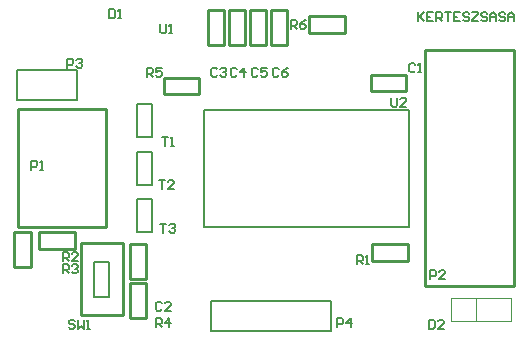
<source format=gto>
%FSTAX24Y24*%
%MOIN*%
G70*
G01*
G75*
G04 Layer_Color=65535*
%ADD10R,0.0394X0.0787*%
%ADD11O,0.0394X0.0787*%
%ADD12R,0.0591X0.0551*%
%ADD13R,0.0315X0.0374*%
%ADD14R,0.0374X0.0315*%
%ADD15R,0.0472X0.0256*%
%ADD16R,0.0354X0.0591*%
%ADD17C,0.0100*%
%ADD18C,0.0300*%
%ADD19C,0.0600*%
%ADD20C,0.0900*%
%ADD21C,0.0200*%
%ADD22C,0.0400*%
%ADD23R,0.1250X0.1100*%
%ADD24C,0.0984*%
%ADD25C,0.0591*%
%ADD26C,0.0709*%
%ADD27R,0.0591X0.0591*%
%ADD28C,0.1969*%
%ADD29C,0.0320*%
%ADD30C,0.0500*%
%ADD31C,0.0800*%
%ADD32C,0.0079*%
%ADD33C,0.0020*%
%ADD34C,0.0080*%
%ADD35C,0.0070*%
D17*
X037681Y025025D02*
Y032899D01*
X034728Y025025D02*
X037681D01*
X034728D02*
Y032899D01*
X037681D01*
X030859Y033474D02*
X032041D01*
X030859D02*
Y034026D01*
X032041D01*
Y033474D02*
Y034026D01*
X034141Y025874D02*
Y026426D01*
X032959D02*
X034141D01*
X032959Y025874D02*
Y026426D01*
Y025874D02*
X034141D01*
X021576Y025659D02*
Y026841D01*
X021024Y025659D02*
X021576D01*
X021024D02*
Y026841D01*
X021576D01*
X021859Y026274D02*
X023041D01*
X021859D02*
Y026826D01*
X023041D01*
Y026274D02*
Y026826D01*
X02465Y02405D02*
Y02645D01*
X02325D02*
X02465D01*
X02325Y02405D02*
Y02645D01*
Y02405D02*
X02465D01*
X026009Y031976D02*
X027191D01*
Y031424D02*
Y031976D01*
X026009Y031424D02*
X027191D01*
X026009D02*
Y031976D01*
X030126Y033059D02*
Y034241D01*
X029574Y033059D02*
X030126D01*
X029574D02*
Y034241D01*
X030126D01*
X029426Y033059D02*
Y034241D01*
X028874Y033059D02*
X029426D01*
X028874D02*
Y034241D01*
X029426D01*
X028726Y033059D02*
Y034241D01*
X028174Y033059D02*
X028726D01*
X028174D02*
Y034241D01*
X028726D01*
X028026Y033059D02*
Y034241D01*
X027474Y033059D02*
X028026D01*
X027474D02*
Y034241D01*
X028026D01*
X032909Y032076D02*
X034091D01*
Y031524D02*
Y032076D01*
X032909Y031524D02*
X034091D01*
X032909D02*
Y032076D01*
X024874Y025259D02*
X025426D01*
Y026441D01*
X024874D02*
X025426D01*
X024874Y025259D02*
Y026441D01*
X025426Y023959D02*
Y025141D01*
X024874Y023959D02*
X025426D01*
X024874D02*
Y025141D01*
X025426D01*
X021145Y026993D02*
X024098D01*
Y03093D01*
X021145D02*
X024098D01*
X021145Y026993D02*
Y03093D01*
D32*
X027346Y027012D02*
X034196D01*
X027346D02*
Y030912D01*
X034196D01*
Y027012D02*
Y030912D01*
X025128Y026836D02*
X025628D01*
X025128Y027938D02*
X025628D01*
Y026836D02*
Y027938D01*
X025128Y026836D02*
Y027938D01*
Y028411D02*
X025628D01*
X025128Y029513D02*
X025628D01*
Y028411D02*
Y029513D01*
X025128Y028411D02*
Y029513D01*
Y029985D02*
Y031088D01*
X025628Y029985D02*
Y031088D01*
X025128D02*
X025628D01*
X025128Y029985D02*
X025628D01*
X021122Y031218D02*
X023122D01*
Y032218D01*
X021122D02*
X023122D01*
X021122Y031218D02*
Y032218D01*
X027586Y023541D02*
Y024541D01*
X031586D01*
X027586Y023541D02*
X031586D01*
Y024541D01*
D33*
X035598Y024617D02*
X037588D01*
Y023863D02*
Y024617D01*
X035598Y023863D02*
X037588D01*
X036426Y023887D02*
Y024597D01*
X035598Y023863D02*
Y024617D01*
D34*
X023674Y024659D02*
Y02525D01*
Y024659D02*
X024186D01*
Y025841D01*
X023674D02*
X024186D01*
X023674Y02525D02*
Y025841D01*
X0345Y03415D02*
Y03385D01*
Y03395D01*
X0347Y03415D01*
X03455Y034D01*
X0347Y03385D01*
X035Y03415D02*
X0348D01*
Y03385D01*
X035D01*
X0348Y034D02*
X0349D01*
X0351Y03385D02*
Y03415D01*
X03525D01*
X0353Y0341D01*
Y034D01*
X03525Y03395D01*
X0351D01*
X0352D02*
X0353Y03385D01*
X0354Y03415D02*
X0356D01*
X0355D01*
Y03385D01*
X0359Y03415D02*
X0357D01*
Y03385D01*
X0359D01*
X0357Y034D02*
X0358D01*
X036199Y0341D02*
X036149Y03415D01*
X036049D01*
X036Y0341D01*
Y03405D01*
X036049Y034D01*
X036149D01*
X036199Y03395D01*
Y0339D01*
X036149Y03385D01*
X036049D01*
X036Y0339D01*
X036299Y03415D02*
X036499D01*
Y0341D01*
X036299Y0339D01*
Y03385D01*
X036499D01*
X036799Y0341D02*
X036749Y03415D01*
X036649D01*
X036599Y0341D01*
Y03405D01*
X036649Y034D01*
X036749D01*
X036799Y03395D01*
Y0339D01*
X036749Y03385D01*
X036649D01*
X036599Y0339D01*
X036899Y03385D02*
Y03405D01*
X036999Y03415D01*
X037099Y03405D01*
Y03385D01*
Y034D01*
X036899D01*
X037399Y0341D02*
X037349Y03415D01*
X037249D01*
X037199Y0341D01*
Y03405D01*
X037249Y034D01*
X037349D01*
X037399Y03395D01*
Y0339D01*
X037349Y03385D01*
X037249D01*
X037199Y0339D01*
X037499Y03385D02*
Y03405D01*
X037599Y03415D01*
X037699Y03405D01*
Y03385D01*
Y034D01*
X037499D01*
D35*
X03485Y0239D02*
Y0236D01*
X035D01*
X03505Y02365D01*
Y02385D01*
X035Y0239D01*
X03485D01*
X03535Y0236D02*
X03515D01*
X03535Y0238D01*
Y02385D01*
X0353Y0239D01*
X0352D01*
X03515Y02385D01*
X0349Y02525D02*
Y02555D01*
X03505D01*
X0351Y0255D01*
Y0254D01*
X03505Y02535D01*
X0349D01*
X0354Y02525D02*
X0352D01*
X0354Y02545D01*
Y0255D01*
X03535Y02555D01*
X03525D01*
X0352Y0255D01*
X03025Y0336D02*
Y0339D01*
X0304D01*
X03045Y03385D01*
Y03375D01*
X0304Y0337D01*
X03025D01*
X03035D02*
X03045Y0336D01*
X03075Y0339D02*
X03065Y03385D01*
X03055Y03375D01*
Y03365D01*
X0306Y0336D01*
X0307D01*
X03075Y03365D01*
Y0337D01*
X0307Y03375D01*
X03055D01*
X0336Y0313D02*
Y03105D01*
X03365Y031D01*
X03375D01*
X0338Y03105D01*
Y0313D01*
X0341Y031D02*
X0339D01*
X0341Y0312D01*
Y03125D01*
X03405Y0313D01*
X03395D01*
X0339Y03125D01*
X0259Y03375D02*
Y0335D01*
X02595Y03345D01*
X02605D01*
X0261Y0335D01*
Y03375D01*
X0262Y03345D02*
X0263D01*
X02625D01*
Y03375D01*
X0262Y0337D01*
X03245Y02575D02*
Y02605D01*
X0326D01*
X03265Y026D01*
Y0259D01*
X0326Y02585D01*
X03245D01*
X03255D02*
X03265Y02575D01*
X03275D02*
X03285D01*
X0328D01*
Y02605D01*
X03275Y026D01*
X02265Y02545D02*
Y02575D01*
X0228D01*
X02285Y0257D01*
Y0256D01*
X0228Y02555D01*
X02265D01*
X02275D02*
X02285Y02545D01*
X02295Y0257D02*
X023Y02575D01*
X0231D01*
X02315Y0257D01*
Y02565D01*
X0231Y0256D01*
X02305D01*
X0231D01*
X02315Y02555D01*
Y0255D01*
X0231Y02545D01*
X023D01*
X02295Y0255D01*
X02265Y02585D02*
Y02615D01*
X0228D01*
X02285Y0261D01*
Y026D01*
X0228Y02595D01*
X02265D01*
X02275D02*
X02285Y02585D01*
X02315D02*
X02295D01*
X02315Y02605D01*
Y0261D01*
X0231Y02615D01*
X023D01*
X02295Y0261D01*
X02305Y02385D02*
X023Y0239D01*
X0229D01*
X02285Y02385D01*
Y0238D01*
X0229Y02375D01*
X023D01*
X02305Y0237D01*
Y02365D01*
X023Y0236D01*
X0229D01*
X02285Y02365D01*
X02315Y0239D02*
Y0236D01*
X02325Y0237D01*
X02335Y0236D01*
Y0239D01*
X02345Y0236D02*
X02355D01*
X0235D01*
Y0239D01*
X02345Y02385D01*
X0259Y0271D02*
X0261D01*
X026D01*
Y0268D01*
X0262Y02705D02*
X02625Y0271D01*
X02635D01*
X0264Y02705D01*
Y027D01*
X02635Y02695D01*
X0263D01*
X02635D01*
X0264Y0269D01*
Y02685D01*
X02635Y0268D01*
X02625D01*
X0262Y02685D01*
X02585Y02855D02*
X02605D01*
X02595D01*
Y02825D01*
X02635D02*
X02615D01*
X02635Y02845D01*
Y0285D01*
X0263Y02855D01*
X0262D01*
X02615Y0285D01*
X02595Y03D02*
X02615D01*
X02605D01*
Y0297D01*
X02625D02*
X02635D01*
X0263D01*
Y03D01*
X02625Y02995D01*
X02545Y032D02*
Y0323D01*
X0256D01*
X02565Y03225D01*
Y03215D01*
X0256Y0321D01*
X02545D01*
X02555D02*
X02565Y032D01*
X02595Y0323D02*
X02575D01*
Y03215D01*
X02585Y0322D01*
X0259D01*
X02595Y03215D01*
Y03205D01*
X0259Y032D01*
X0258D01*
X02575Y03205D01*
X0228Y0323D02*
Y0326D01*
X02295D01*
X023Y03255D01*
Y03245D01*
X02295Y0324D01*
X0228D01*
X0231Y03255D02*
X02315Y0326D01*
X02325D01*
X0233Y03255D01*
Y0325D01*
X02325Y03245D01*
X0232D01*
X02325D01*
X0233Y0324D01*
Y03235D01*
X02325Y0323D01*
X02315D01*
X0231Y03235D01*
X02985Y03225D02*
X0298Y0323D01*
X0297D01*
X02965Y03225D01*
Y03205D01*
X0297Y032D01*
X0298D01*
X02985Y03205D01*
X03015Y0323D02*
X03005Y03225D01*
X02995Y03215D01*
Y03205D01*
X03Y032D01*
X0301D01*
X03015Y03205D01*
Y0321D01*
X0301Y03215D01*
X02995D01*
X02915Y03225D02*
X0291Y0323D01*
X029D01*
X02895Y03225D01*
Y03205D01*
X029Y032D01*
X0291D01*
X02915Y03205D01*
X02945Y0323D02*
X02925D01*
Y03215D01*
X02935Y0322D01*
X0294D01*
X02945Y03215D01*
Y03205D01*
X0294Y032D01*
X0293D01*
X02925Y03205D01*
X02845Y03225D02*
X0284Y0323D01*
X0283D01*
X02825Y03225D01*
Y03205D01*
X0283Y032D01*
X0284D01*
X02845Y03205D01*
X0287Y032D02*
Y0323D01*
X02855Y03215D01*
X02875D01*
X0278Y03225D02*
X02775Y0323D01*
X02765D01*
X0276Y03225D01*
Y03205D01*
X02765Y032D01*
X02775D01*
X0278Y03205D01*
X0279Y03225D02*
X02795Y0323D01*
X02805D01*
X0281Y03225D01*
Y0322D01*
X02805Y03215D01*
X028D01*
X02805D01*
X0281Y0321D01*
Y03205D01*
X02805Y032D01*
X02795D01*
X0279Y03205D01*
X0344Y0324D02*
X03435Y03245D01*
X03425D01*
X0342Y0324D01*
Y0322D01*
X03425Y03215D01*
X03435D01*
X0344Y0322D01*
X0345Y03215D02*
X0346D01*
X03455D01*
Y03245D01*
X0345Y0324D01*
X02595Y02445D02*
X0259Y0245D01*
X0258D01*
X02575Y02445D01*
Y02425D01*
X0258Y0242D01*
X0259D01*
X02595Y02425D01*
X02625Y0242D02*
X02605D01*
X02625Y0244D01*
Y02445D01*
X0262Y0245D01*
X0261D01*
X02605Y02445D01*
X02575Y02365D02*
Y02395D01*
X0259D01*
X02595Y0239D01*
Y0238D01*
X0259Y02375D01*
X02575D01*
X02585D02*
X02595Y02365D01*
X0262D02*
Y02395D01*
X02605Y0238D01*
X02625D01*
X0318Y02365D02*
Y02395D01*
X03195D01*
X032Y0239D01*
Y0238D01*
X03195Y02375D01*
X0318D01*
X03225Y02365D02*
Y02395D01*
X0321Y0238D01*
X0323D01*
X0216Y0289D02*
Y0292D01*
X02175D01*
X0218Y02915D01*
Y02905D01*
X02175Y029D01*
X0216D01*
X0219Y0289D02*
X022D01*
X02195D01*
Y0292D01*
X0219Y02915D01*
X0242Y03425D02*
Y03395D01*
X02435D01*
X0244Y034D01*
Y0342D01*
X02435Y03425D01*
X0242D01*
X0245Y03395D02*
X0246D01*
X02455D01*
Y03425D01*
X0245Y0342D01*
M02*

</source>
